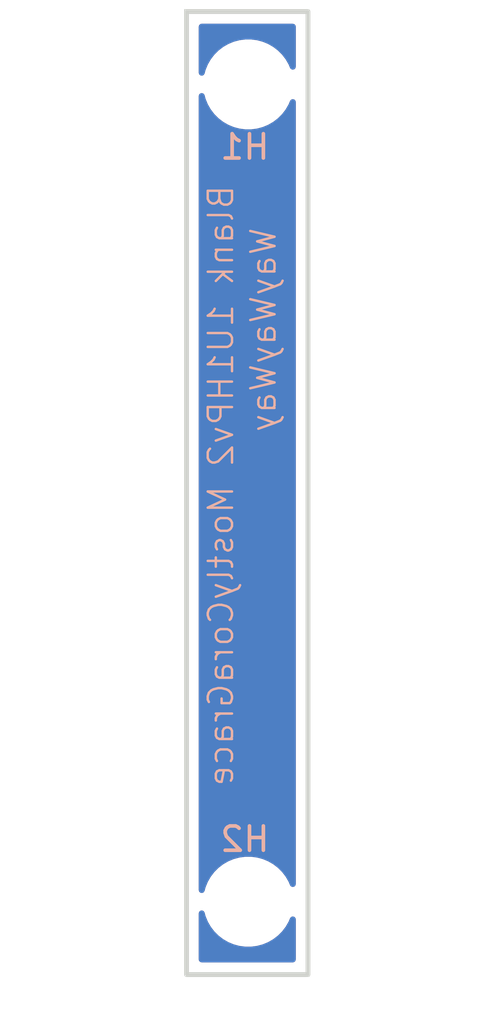
<source format=kicad_pcb>
(kicad_pcb (version 20241229) (generator "pcbnew") (generator_version "9.0")
  (layers (0 "F.Cu" signal) (2 "B.Cu" signal) (13 "F.Paste" user) (15 "B.Paste" user) (5 "F.SilkS" user "F.Silkscreen") (7 "B.SilkS" user "B.Silkscreen") (1 "F.Mask" user) (3 "B.Mask" user) (25 "Edge.Cuts" user))
  (net 0 "")
  (footprint "EXC:MountingHole_3.2mm_M3" (layer "F.Cu") (at 2.54 39.075)
    (property "Reference" "H2" (at 0.96 -2.575 0) (layer "B.SilkS") (effects (justify left mirror)))
    (property "Value" "Eurorack_M3_MountingHole")
    (pad "" np_thru_hole circle (at 0 0) (size 3.2 3.2) (drill 3.2) (layers "*.Cu" "*.Mask"))
  )
  (footprint "EXC:MountingHole_3.2mm_M3" (layer "F.Cu") (at 2.54 5.425)
    (property "Reference" "H1" (at 0.96 2.575 0) (layer "B.SilkS") (effects (justify left mirror)))
    (property "Value" "Eurorack_M3_MountingHole")
    (pad "" np_thru_hole circle (at 0 0) (size 3.2 3.2) (drill 3.2) (layers "*.Cu" "*.Mask"))
  )
  (gr_rect (start 0 2.425) (end 5 42.075) (stroke (width 0.2)) (fill no) (layer "Edge.Cuts"))
  (gr_text "Blank 1U1HPv2 MostlyCoraGrace" (at 2 9.5 90) (layer "B.SilkS") (effects (font (size 1 1) (thickness 0.1)) (justify left bottom mirror)))
  (gr_text "WayWayWay" (at 3.75 11.25 90) (layer "B.SilkS") (effects (font (size 1 1) (thickness 0.1)) (justify left bottom mirror)))
  (zone (net 0) (net_name "") (layers "F.Cu" "B.Cu") (connect_pads (clearance 0.5)) (min_thickness 0.25) (fill yes (thermal_gap 0.5) (thermal_bridge_width 0.5) (island_removal_mode 1) (island_area_min 10))
    (polygon (pts (xy 0 2.5) (xy 5 2.5) (xy 5 42) (xy 0 42)))
  )
)
</source>
